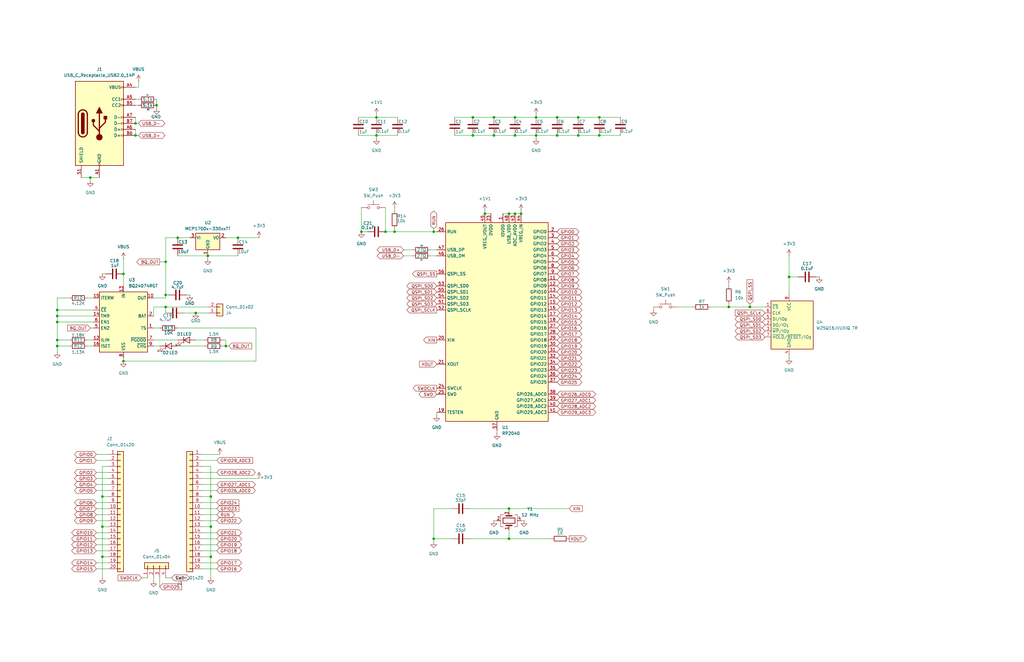
<source format=kicad_sch>
(kicad_sch (version 20250114) (generator "eeschema") (generator_version "9.0")
  (paper "B")
  (junction (at 57.15 52.07))
  (junction (at 66.04 44.45))
  (junction (at 243.84 57.15))
  (junction (at 24.13 133.35))
  (junction (at 87.63 107.95))
  (junction (at 217.17 90.17))
  (junction (at 226.06 57.15))
  (junction (at 69.85 129.54))
  (junction (at 234.95 49.53))
  (junction (at 182.88 97.79))
  (junction (at 252.73 57.15))
  (junction (at 82.55 132.08))
  (junction (at 243.84 49.53))
  (junction (at 24.13 130.81))
  (junction (at 182.88 227.33))
  (junction (at 214.63 90.17))
  (junction (at 217.17 57.15))
  (junction (at 100.33 100.33))
  (junction (at 88.9 222.25))
  (junction (at 252.73 49.53))
  (junction (at 214.63 214.63))
  (junction (at 52.07 115.57))
  (junction (at 24.13 146.05))
  (junction (at 208.28 57.15))
  (junction (at 316.23 129.54))
  (junction (at 226.06 49.53))
  (junction (at 199.39 57.15))
  (junction (at 74.93 100.33))
  (junction (at 52.07 152.4))
  (junction (at 214.63 227.33))
  (junction (at 219.71 90.17))
  (junction (at 43.18 234.95))
  (junction (at 166.37 97.79))
  (junction (at 88.9 209.55))
  (junction (at 43.18 209.55))
  (junction (at 43.18 222.25))
  (junction (at 158.75 57.15))
  (junction (at 24.13 143.51))
  (junction (at 332.74 116.84))
  (junction (at 95.25 146.05))
  (junction (at 217.17 49.53))
  (junction (at 57.15 57.15))
  (junction (at 204.47 90.17))
  (junction (at 234.95 57.15))
  (junction (at 24.13 135.89))
  (junction (at 152.4 97.79))
  (junction (at 162.56 97.79))
  (junction (at 38.1 74.93))
  (junction (at 199.39 49.53))
  (junction (at 69.85 110.49))
  (junction (at 307.34 129.54))
  (junction (at 69.85 124.46))
  (junction (at 88.9 234.95))
  (junction (at 208.28 49.53))
  (junction (at 158.75 49.53))
  (wire (pts (xy 36.83 146.05) (xy 39.37 146.05)))
  (wire (pts (xy 307.34 119.38) (xy 307.34 120.65)))
  (wire (pts (xy 226.06 49.53) (xy 234.95 49.53)))
  (wire (pts (xy 243.84 49.53) (xy 252.73 49.53)))
  (wire (pts (xy 43.18 209.55) (xy 45.72 209.55)))
  (wire (pts (xy 64.77 243.84) (xy 64.77 245.11)))
  (wire (pts (xy 24.13 125.73) (xy 24.13 130.81)))
  (wire (pts (xy 87.63 132.08) (xy 82.55 132.08)))
  (wire (pts (xy 82.55 143.51) (xy 86.36 143.51)))
  (wire (pts (xy 43.18 115.57) (xy 44.45 115.57)))
  (wire (pts (xy 158.75 57.15) (xy 167.64 57.15)))
  (wire (pts (xy 29.21 146.05) (xy 24.13 146.05)))
  (wire (pts (xy 74.93 100.33) (xy 80.01 100.33)))
  (wire (pts (xy 66.04 41.91) (xy 66.04 44.45)))
  (wire (pts (xy 199.39 49.53) (xy 208.28 49.53)))
  (wire (pts (xy 226.06 57.15) (xy 234.95 57.15)))
  (wire (pts (xy 43.18 222.25) (xy 43.18 209.55)))
  (wire (pts (xy 252.73 57.15) (xy 261.62 57.15)))
  (wire (pts (xy 52.07 152.4) (xy 107.95 152.4)))
  (wire (pts (xy 226.06 58.42) (xy 226.06 57.15)))
  (wire (pts (xy 208.28 219.71) (xy 209.55 219.71)))
  (wire (pts (xy 85.09 232.41) (xy 91.44 232.41)))
  (wire (pts (xy 275.59 130.81) (xy 275.59 129.54)))
  (wire (pts (xy 64.77 125.73) (xy 69.85 125.73)))
  (wire (pts (xy 59.69 243.84) (xy 62.23 243.84)))
  (wire (pts (xy 152.4 87.63) (xy 152.4 97.79)))
  (wire (pts (xy 181.61 107.95) (xy 184.15 107.95)))
  (wire (pts (xy 204.47 90.17) (xy 207.01 90.17)))
  (wire (pts (xy 234.95 57.15) (xy 243.84 57.15)))
  (wire (pts (xy 191.77 49.53) (xy 199.39 49.53)))
  (wire (pts (xy 219.71 88.9) (xy 219.71 90.17)))
  (wire (pts (xy 29.21 143.51) (xy 24.13 143.51)))
  (wire (pts (xy 95.25 143.51) (xy 95.25 146.05)))
  (wire (pts (xy 85.09 207.01) (xy 91.44 207.01)))
  (wire (pts (xy 85.09 217.17) (xy 91.44 217.17)))
  (wire (pts (xy 182.88 97.79) (xy 184.15 97.79)))
  (wire (pts (xy 85.09 212.09) (xy 91.44 212.09)))
  (wire (pts (xy 204.47 88.9) (xy 204.47 90.17)))
  (wire (pts (xy 24.13 133.35) (xy 24.13 135.89)))
  (wire (pts (xy 181.61 105.41) (xy 184.15 105.41)))
  (wire (pts (xy 69.85 129.54) (xy 87.63 129.54)))
  (wire (pts (xy 43.18 234.95) (xy 45.72 234.95)))
  (wire (pts (xy 69.85 125.73) (xy 69.85 124.46)))
  (wire (pts (xy 107.95 138.43) (xy 107.95 152.4)))
  (wire (pts (xy 77.47 132.08) (xy 82.55 132.08)))
  (wire (pts (xy 57.15 41.91) (xy 58.42 41.91)))
  (wire (pts (xy 80.01 124.46) (xy 78.74 124.46)))
  (wire (pts (xy 66.04 45.72) (xy 66.04 44.45)))
  (wire (pts (xy 212.09 90.17) (xy 214.63 90.17)))
  (wire (pts (xy 158.75 48.26) (xy 158.75 49.53)))
  (wire (pts (xy 40.64 194.31) (xy 45.72 194.31)))
  (wire (pts (xy 182.88 214.63) (xy 182.88 227.33)))
  (wire (pts (xy 95.25 146.05) (xy 96.52 146.05)))
  (wire (pts (xy 69.85 124.46) (xy 71.12 124.46)))
  (wire (pts (xy 88.9 196.85) (xy 88.9 209.55)))
  (wire (pts (xy 214.63 223.52) (xy 214.63 227.33)))
  (wire (pts (xy 217.17 57.15) (xy 226.06 57.15)))
  (wire (pts (xy 170.18 107.95) (xy 173.99 107.95)))
  (wire (pts (xy 43.18 222.25) (xy 45.72 222.25)))
  (wire (pts (xy 208.28 57.15) (xy 217.17 57.15)))
  (wire (pts (xy 40.64 227.33) (xy 45.72 227.33)))
  (wire (pts (xy 52.07 115.57) (xy 52.07 120.65)))
  (wire (pts (xy 162.56 97.79) (xy 162.56 87.63)))
  (wire (pts (xy 24.13 130.81) (xy 39.37 130.81)))
  (wire (pts (xy 285.75 129.54) (xy 292.1 129.54)))
  (wire (pts (xy 109.22 201.93) (xy 85.09 201.93)))
  (wire (pts (xy 67.31 110.49) (xy 69.85 110.49)))
  (wire (pts (xy 198.12 214.63) (xy 214.63 214.63)))
  (wire (pts (xy 332.74 107.95) (xy 332.74 116.84)))
  (wire (pts (xy 57.15 44.45) (xy 58.42 44.45)))
  (wire (pts (xy 191.77 57.15) (xy 199.39 57.15)))
  (wire (pts (xy 57.15 52.07) (xy 57.15 49.53)))
  (wire (pts (xy 307.34 129.54) (xy 316.23 129.54)))
  (wire (pts (xy 208.28 49.53) (xy 217.17 49.53)))
  (wire (pts (xy 95.25 100.33) (xy 100.33 100.33)))
  (wire (pts (xy 87.63 107.95) (xy 100.33 107.95)))
  (wire (pts (xy 52.07 151.13) (xy 52.07 152.4)))
  (wire (pts (xy 214.63 227.33) (xy 232.41 227.33)))
  (wire (pts (xy 69.85 100.33) (xy 69.85 110.49)))
  (wire (pts (xy 24.13 133.35) (xy 39.37 133.35)))
  (wire (pts (xy 88.9 209.55) (xy 88.9 222.25)))
  (wire (pts (xy 158.75 58.42) (xy 158.75 57.15)))
  (wire (pts (xy 64.77 146.05) (xy 67.31 146.05)))
  (wire (pts (xy 74.93 146.05) (xy 86.36 146.05)))
  (wire (pts (xy 85.09 196.85) (xy 88.9 196.85)))
  (wire (pts (xy 74.93 107.95) (xy 87.63 107.95)))
  (wire (pts (xy 85.09 227.33) (xy 91.44 227.33)))
  (wire (pts (xy 40.64 229.87) (xy 45.72 229.87)))
  (wire (pts (xy 64.77 129.54) (xy 69.85 129.54)))
  (wire (pts (xy 40.64 232.41) (xy 45.72 232.41)))
  (wire (pts (xy 38.1 74.93) (xy 41.91 74.93)))
  (wire (pts (xy 299.72 129.54) (xy 307.34 129.54)))
  (wire (pts (xy 85.09 204.47) (xy 91.44 204.47)))
  (wire (pts (xy 93.98 146.05) (xy 95.25 146.05)))
  (wire (pts (xy 214.63 214.63) (xy 240.03 214.63)))
  (wire (pts (xy 43.18 196.85) (xy 45.72 196.85)))
  (wire (pts (xy 24.13 130.81) (xy 24.13 133.35)))
  (wire (pts (xy 214.63 90.17) (xy 217.17 90.17)))
  (wire (pts (xy 158.75 49.53) (xy 167.64 49.53)))
  (wire (pts (xy 214.63 214.63) (xy 214.63 215.9)))
  (wire (pts (xy 29.21 125.73) (xy 24.13 125.73)))
  (wire (pts (xy 43.18 243.84) (xy 43.18 234.95)))
  (wire (pts (xy 40.64 217.17) (xy 45.72 217.17)))
  (wire (pts (xy 166.37 96.52) (xy 166.37 97.79)))
  (wire (pts (xy 85.09 214.63) (xy 91.44 214.63)))
  (wire (pts (xy 40.64 214.63) (xy 45.72 214.63)))
  (wire (pts (xy 40.64 212.09) (xy 45.72 212.09)))
  (wire (pts (xy 85.09 222.25) (xy 88.9 222.25)))
  (wire (pts (xy 34.29 74.93) (xy 38.1 74.93)))
  (wire (pts (xy 64.77 143.51) (xy 74.93 143.51)))
  (wire (pts (xy 151.13 57.15) (xy 158.75 57.15)))
  (wire (pts (xy 67.31 243.84) (xy 67.31 247.65)))
  (wire (pts (xy 307.34 128.27) (xy 307.34 129.54)))
  (wire (pts (xy 74.93 138.43) (xy 107.95 138.43)))
  (wire (pts (xy 69.85 129.54) (xy 69.85 132.08)))
  (wire (pts (xy 209.55 182.88) (xy 209.55 181.61)))
  (wire (pts (xy 85.09 237.49) (xy 91.44 237.49)))
  (wire (pts (xy 87.63 109.22) (xy 87.63 107.95)))
  (wire (pts (xy 88.9 234.95) (xy 88.9 243.84)))
  (wire (pts (xy 24.13 143.51) (xy 24.13 146.05)))
  (wire (pts (xy 40.64 191.77) (xy 45.72 191.77)))
  (wire (pts (xy 24.13 135.89) (xy 24.13 143.51)))
  (wire (pts (xy 57.15 52.07) (xy 58.42 52.07)))
  (wire (pts (xy 345.44 116.84) (xy 344.17 116.84)))
  (wire (pts (xy 182.88 227.33) (xy 190.5 227.33)))
  (wire (pts (xy 162.56 97.79) (xy 166.37 97.79)))
  (wire (pts (xy 85.09 199.39) (xy 91.44 199.39)))
  (wire (pts (xy 57.15 54.61) (xy 57.15 57.15)))
  (wire (pts (xy 52.07 109.22) (xy 52.07 115.57)))
  (wire (pts (xy 69.85 100.33) (xy 74.93 100.33)))
  (wire (pts (xy 332.74 116.84) (xy 336.55 116.84)))
  (wire (pts (xy 316.23 128.27) (xy 316.23 129.54)))
  (wire (pts (xy 184.15 175.26) (xy 184.15 173.99)))
  (wire (pts (xy 64.77 138.43) (xy 67.31 138.43)))
  (wire (pts (xy 92.71 191.77) (xy 85.09 191.77)))
  (wire (pts (xy 43.18 209.55) (xy 43.18 196.85)))
  (wire (pts (xy 316.23 129.54) (xy 322.58 129.54)))
  (wire (pts (xy 226.06 48.26) (xy 226.06 49.53)))
  (wire (pts (xy 85.09 219.71) (xy 91.44 219.71)))
  (wire (pts (xy 40.64 224.79) (xy 45.72 224.79)))
  (wire (pts (xy 170.18 105.41) (xy 173.99 105.41)))
  (wire (pts (xy 36.83 125.73) (xy 39.37 125.73)))
  (wire (pts (xy 190.5 214.63) (xy 182.88 214.63)))
  (wire (pts (xy 217.17 90.17) (xy 219.71 90.17)))
  (wire (pts (xy 182.88 96.52) (xy 182.88 97.79)))
  (wire (pts (xy 88.9 222.25) (xy 88.9 234.95)))
  (wire (pts (xy 43.18 234.95) (xy 43.18 222.25)))
  (wire (pts (xy 332.74 151.13) (xy 332.74 149.86)))
  (wire (pts (xy 93.98 143.51) (xy 95.25 143.51)))
  (wire (pts (xy 85.09 229.87) (xy 91.44 229.87)))
  (wire (pts (xy 69.85 243.84) (xy 72.39 243.84)))
  (wire (pts (xy 166.37 97.79) (xy 182.88 97.79)))
  (wire (pts (xy 40.64 219.71) (xy 45.72 219.71)))
  (wire (pts (xy 217.17 49.53) (xy 226.06 49.53)))
  (wire (pts (xy 152.4 97.79) (xy 154.94 97.79)))
  (wire (pts (xy 198.12 227.33) (xy 214.63 227.33)))
  (wire (pts (xy 39.37 135.89) (xy 24.13 135.89)))
  (wire (pts (xy 85.09 209.55) (xy 88.9 209.55)))
  (wire (pts (xy 234.95 49.53) (xy 243.84 49.53)))
  (wire (pts (xy 220.98 219.71) (xy 219.71 219.71)))
  (wire (pts (xy 40.64 207.01) (xy 45.72 207.01)))
  (wire (pts (xy 24.13 146.05) (xy 24.13 148.59)))
  (wire (pts (xy 36.83 143.51) (xy 39.37 143.51)))
  (wire (pts (xy 182.88 228.6) (xy 182.88 227.33)))
  (wire (pts (xy 40.64 201.93) (xy 45.72 201.93)))
  (wire (pts (xy 100.33 100.33) (xy 109.22 100.33)))
  (wire (pts (xy 58.42 34.29) (xy 58.42 36.83)))
  (wire (pts (xy 243.84 57.15) (xy 252.73 57.15)))
  (wire (pts (xy 85.09 240.03) (xy 91.44 240.03)))
  (wire (pts (xy 40.64 237.49) (xy 45.72 237.49)))
  (wire (pts (xy 199.39 57.15) (xy 208.28 57.15)))
  (wire (pts (xy 151.13 49.53) (xy 158.75 49.53)))
  (wire (pts (xy 38.1 138.43) (xy 39.37 138.43)))
  (wire (pts (xy 58.42 36.83) (xy 57.15 36.83)))
  (wire (pts (xy 40.64 240.03) (xy 45.72 240.03)))
  (wire (pts (xy 38.1 76.2) (xy 38.1 74.93)))
  (wire (pts (xy 40.64 204.47) (xy 45.72 204.47)))
  (wire (pts (xy 252.73 49.53) (xy 261.62 49.53)))
  (wire (pts (xy 85.09 194.31) (xy 91.44 194.31)))
  (wire (pts (xy 40.64 199.39) (xy 45.72 199.39)))
  (wire (pts (xy 85.09 234.95) (xy 88.9 234.95)))
  (wire (pts (xy 85.09 224.79) (xy 91.44 224.79)))
  (wire (pts (xy 332.74 116.84) (xy 332.74 124.46)))
  (wire (pts (xy 57.15 57.15) (xy 58.42 57.15)))
  (wire (pts (xy 166.37 87.63) (xy 166.37 88.9)))
  (wire (pts (xy 64.77 133.35) (xy 64.77 129.54)))
  (wire (pts (xy 69.85 110.49) (xy 69.85 124.46)))
  (global_label "GPIO26_ADC0" (shape bidirectional) (at 91.44 207.01 0) (property "Intersheetrefs" "${INTERSHEET_REFS}" (effects (hide yes))))
  (global_label "GPIO2" (shape bidirectional) (at 234.95 102.87 0) (property "Intersheetrefs" "${INTERSHEET_REFS}" (effects (hide yes))))
  (global_label "QSPI_SD3" (shape bidirectional) (at 322.58 142.24 180) (property "Intersheetrefs" "${INTERSHEET_REFS}" (effects (hide yes))))
  (global_label "XIN" (shape output) (at 184.15 143.51 180) (property "Intersheetrefs" "${INTERSHEET_REFS}" (effects (hide yes))))
  (global_label "GPIO21" (shape bidirectional) (at 91.44 224.79 0) (property "Intersheetrefs" "${INTERSHEET_REFS}" (effects (hide yes))))
  (global_label "GPIO29_ADC3" (shape input) (at 91.44 194.31 0) (property "Intersheetrefs" "${INTERSHEET_REFS}" (effects (hide yes))))
  (global_label "GPIO25" (shape input) (at 67.31 247.65 0) (property "Intersheetrefs" "${INTERSHEET_REFS}" (effects (hide yes))))
  (global_label "GPIO23" (shape input) (at 91.44 214.63 0) (property "Intersheetrefs" "${INTERSHEET_REFS}" (effects (hide yes))))
  (global_label "GPIO18" (shape bidirectional) (at 91.44 232.41 0) (property "Intersheetrefs" "${INTERSHEET_REFS}" (effects (hide yes))))
  (global_label "QSPI_SD3" (shape bidirectional) (at 184.15 128.27 180) (property "Intersheetrefs" "${INTERSHEET_REFS}" (effects (hide yes))))
  (global_label "GPIO6" (shape bidirectional) (at 40.64 212.09 180) (property "Intersheetrefs" "${INTERSHEET_REFS}" (effects (hide yes))))
  (global_label "SWDCLK" (shape output) (at 184.15 163.83 180) (property "Intersheetrefs" "${INTERSHEET_REFS}" (effects (hide yes))))
  (global_label "GPIO3" (shape bidirectional) (at 40.64 201.93 180) (property "Intersheetrefs" "${INTERSHEET_REFS}" (effects (hide yes))))
  (global_label "GPIO1" (shape bidirectional) (at 234.95 100.33 0) (property "Intersheetrefs" "${INTERSHEET_REFS}" (effects (hide yes))))
  (global_label "GPIO7" (shape bidirectional) (at 40.64 214.63 180) (property "Intersheetrefs" "${INTERSHEET_REFS}" (effects (hide yes))))
  (global_label "GPIO8" (shape bidirectional) (at 40.64 217.17 180) (property "Intersheetrefs" "${INTERSHEET_REFS}" (effects (hide yes))))
  (global_label "GPIO4" (shape bidirectional) (at 234.95 107.95 0) (property "Intersheetrefs" "${INTERSHEET_REFS}" (effects (hide yes))))
  (global_label "USB_D-" (shape bidirectional) (at 58.42 52.07 0) (property "Intersheetrefs" "${INTERSHEET_REFS}" (effects (hide yes))))
  (global_label "SWDCLK" (shape input) (at 59.69 243.84 180) (property "Intersheetrefs" "${INTERSHEET_REFS}" (effects (hide yes))))
  (global_label "USB_D+" (shape bidirectional) (at 58.42 57.15 0) (property "Intersheetrefs" "${INTERSHEET_REFS}" (effects (hide yes))))
  (global_label "GPIO15" (shape bidirectional) (at 234.95 135.89 0) (property "Intersheetrefs" "${INTERSHEET_REFS}" (effects (hide yes))))
  (global_label "GPIO14" (shape bidirectional) (at 234.95 133.35 0) (property "Intersheetrefs" "${INTERSHEET_REFS}" (effects (hide yes))))
  (global_label "QSPI_SD0" (shape bidirectional) (at 322.58 134.62 180) (property "Intersheetrefs" "${INTERSHEET_REFS}" (effects (hide yes))))
  (global_label "QSPI_SD2" (shape bidirectional) (at 322.58 139.7 180) (property "Intersheetrefs" "${INTERSHEET_REFS}" (effects (hide yes))))
  (global_label "GPIO1" (shape bidirectional) (at 40.64 194.31 180) (property "Intersheetrefs" "${INTERSHEET_REFS}" (effects (hide yes))))
  (global_label "GPIO9" (shape bidirectional) (at 234.95 120.65 0) (property "Intersheetrefs" "${INTERSHEET_REFS}" (effects (hide yes))))
  (global_label "QSPI_SCLK" (shape input) (at 322.58 132.08 180) (property "Intersheetrefs" "${INTERSHEET_REFS}" (effects (hide yes))))
  (global_label "QSPI_SS" (shape input) (at 316.23 128.27 90) (property "Intersheetrefs" "${INTERSHEET_REFS}" (effects (hide yes))))
  (global_label "XOUT" (shape output) (at 240.03 227.33 0) (property "Intersheetrefs" "${INTERSHEET_REFS}" (effects (hide yes))))
  (global_label "GPIO0" (shape bidirectional) (at 234.95 97.79 0) (property "Intersheetrefs" "${INTERSHEET_REFS}" (effects (hide yes))))
  (global_label "GPIO10" (shape bidirectional) (at 40.64 224.79 180) (property "Intersheetrefs" "${INTERSHEET_REFS}" (effects (hide yes))))
  (global_label "RUN" (shape bidirectional) (at 182.88 96.52 90) (property "Intersheetrefs" "${INTERSHEET_REFS}" (effects (hide yes))))
  (global_label "GPIO11" (shape bidirectional) (at 40.64 227.33 180) (property "Intersheetrefs" "${INTERSHEET_REFS}" (effects (hide yes))))
  (global_label "GPIO24" (shape input) (at 91.44 212.09 0) (property "Intersheetrefs" "${INTERSHEET_REFS}" (effects (hide yes))))
  (global_label "GPIO13" (shape bidirectional) (at 234.95 130.81 0) (property "Intersheetrefs" "${INTERSHEET_REFS}" (effects (hide yes))))
  (global_label "QSPI_SCLK" (shape output) (at 184.15 130.81 180) (property "Intersheetrefs" "${INTERSHEET_REFS}" (effects (hide yes))))
  (global_label "GPIO28_ADC2" (shape bidirectional) (at 234.95 171.45 0) (property "Intersheetrefs" "${INTERSHEET_REFS}" (effects (hide yes))))
  (global_label "GPIO28_ADC2" (shape bidirectional) (at 91.44 199.39 0) (property "Intersheetrefs" "${INTERSHEET_REFS}" (effects (hide yes))))
  (global_label "GPIO5" (shape bidirectional) (at 234.95 110.49 0) (property "Intersheetrefs" "${INTERSHEET_REFS}" (effects (hide yes))))
  (global_label "QSPI_SD0" (shape bidirectional) (at 184.15 120.65 180) (property "Intersheetrefs" "${INTERSHEET_REFS}" (effects (hide yes))))
  (global_label "GPIO16" (shape bidirectional) (at 91.44 240.03 0) (property "Intersheetrefs" "${INTERSHEET_REFS}" (effects (hide yes))))
  (global_label "GPIO27_ADC1" (shape bidirectional) (at 91.44 204.47 0) (property "Intersheetrefs" "${INTERSHEET_REFS}" (effects (hide yes))))
  (global_label "GPIO26_ADC0" (shape bidirectional) (at 234.95 166.37 0) (property "Intersheetrefs" "${INTERSHEET_REFS}" (effects (hide yes))))
  (global_label "GPIO17" (shape bidirectional) (at 234.95 140.97 0) (property "Intersheetrefs" "${INTERSHEET_REFS}" (effects (hide yes))))
  (global_label "GPIO15" (shape bidirectional) (at 40.64 240.03 180) (property "Intersheetrefs" "${INTERSHEET_REFS}" (effects (hide yes))))
  (global_label "GPIO0" (shape bidirectional) (at 40.64 191.77 180) (property "Intersheetrefs" "${INTERSHEET_REFS}" (effects (hide yes))))
  (global_label "GPIO14" (shape bidirectional) (at 40.64 237.49 180) (property "Intersheetrefs" "${INTERSHEET_REFS}" (effects (hide yes))))
  (global_label "BQ_OUT" (shape input) (at 96.52 146.05 0) (property "Intersheetrefs" "${INTERSHEET_REFS}" (effects (hide yes))))
  (global_label "GPIO23" (shape bidirectional) (at 234.95 156.21 0) (property "Intersheetrefs" "${INTERSHEET_REFS}" (effects (hide yes))))
  (global_label "GPIO13" (shape bidirectional) (at 40.64 232.41 180) (property "Intersheetrefs" "${INTERSHEET_REFS}" (effects (hide yes))))
  (global_label "GPIO21" (shape bidirectional) (at 234.95 151.13 0) (property "Intersheetrefs" "${INTERSHEET_REFS}" (effects (hide yes))))
  (global_label "GPIO19" (shape bidirectional) (at 91.44 229.87 0) (property "Intersheetrefs" "${INTERSHEET_REFS}" (effects (hide yes))))
  (global_label "GPIO11" (shape bidirectional) (at 234.95 125.73 0) (property "Intersheetrefs" "${INTERSHEET_REFS}" (effects (hide yes))))
  (global_label "GPIO25" (shape bidirectional) (at 234.95 161.29 0) (property "Intersheetrefs" "${INTERSHEET_REFS}" (effects (hide yes))))
  (global_label "USB_D-" (shape bidirectional) (at 170.18 107.95 180) (property "Intersheetrefs" "${INTERSHEET_REFS}" (effects (hide yes))))
  (global_label "GPIO27_ADC1" (shape bidirectional) (at 234.95 168.91 0) (property "Intersheetrefs" "${INTERSHEET_REFS}" (effects (hide yes))))
  (global_label "BQ_OUT" (shape output) (at 67.31 110.49 180) (property "Intersheetrefs" "${INTERSHEET_REFS}" (effects (hide yes))))
  (global_label "GPIO5" (shape bidirectional) (at 40.64 207.01 180) (property "Intersheetrefs" "${INTERSHEET_REFS}" (effects (hide yes))))
  (global_label "XOUT" (shape input) (at 184.15 153.67 180) (property "Intersheetrefs" "${INTERSHEET_REFS}" (effects (hide yes))))
  (global_label "GPIO24" (shape bidirectional) (at 234.95 158.75 0) (property "Intersheetrefs" "${INTERSHEET_REFS}" (effects (hide yes))))
  (global_label "GPIO20" (shape bidirectional) (at 234.95 148.59 0) (property "Intersheetrefs" "${INTERSHEET_REFS}" (effects (hide yes))))
  (global_label "SWD" (shape bidirectional) (at 72.39 243.84 0) (property "Intersheetrefs" "${INTERSHEET_REFS}" (effects (hide yes))))
  (global_label "GPIO12" (shape bidirectional) (at 234.95 128.27 0) (property "Intersheetrefs" "${INTERSHEET_REFS}" (effects (hide yes))))
  (global_label "GPIO18" (shape bidirectional) (at 234.95 143.51 0) (property "Intersheetrefs" "${INTERSHEET_REFS}" (effects (hide yes))))
  (global_label "SWD" (shape bidirectional) (at 184.15 166.37 180) (property "Intersheetrefs" "${INTERSHEET_REFS}" (effects (hide yes))))
  (global_label "GPIO17" (shape bidirectional) (at 91.44 237.49 0) (property "Intersheetrefs" "${INTERSHEET_REFS}" (effects (hide yes))))
  (global_label "GPIO3" (shape bidirectional) (at 234.95 105.41 0) (property "Intersheetrefs" "${INTERSHEET_REFS}" (effects (hide yes))))
  (global_label "GPIO20" (shape bidirectional) (at 91.44 227.33 0) (property "Intersheetrefs" "${INTERSHEET_REFS}" (effects (hide yes))))
  (global_label "GPIO7" (shape bidirectional) (at 234.95 115.57 0) (property "Intersheetrefs" "${INTERSHEET_REFS}" (effects (hide yes))))
  (global_label "GPIO22" (shape bidirectional) (at 91.44 219.71 0) (property "Intersheetrefs" "${INTERSHEET_REFS}" (effects (hide yes))))
  (global_label "GPIO16" (shape bidirectional) (at 234.95 138.43 0) (property "Intersheetrefs" "${INTERSHEET_REFS}" (effects (hide yes))))
  (global_label "GPIO4" (shape bidirectional) (at 40.64 204.47 180) (property "Intersheetrefs" "${INTERSHEET_REFS}" (effects (hide yes))))
  (global_label "GPIO22" (shape bidirectional) (at 234.95 153.67 0) (property "Intersheetrefs" "${INTERSHEET_REFS}" (effects (hide yes))))
  (global_label "RUN" (shape bidirectional) (at 91.44 217.17 0) (property "Intersheetrefs" "${INTERSHEET_REFS}" (effects (hide yes))))
  (global_label "QSPI_SD2" (shape bidirectional) (at 184.15 125.73 180) (property "Intersheetrefs" "${INTERSHEET_REFS}" (effects (hide yes))))
  (global_label "GPIO8" (shape bidirectional) (at 234.95 118.11 0) (property "Intersheetrefs" "${INTERSHEET_REFS}" (effects (hide yes))))
  (global_label "GPIO2" (shape bidirectional) (at 40.64 199.39 180) (property "Intersheetrefs" "${INTERSHEET_REFS}" (effects (hide yes))))
  (global_label "GPIO29_ADC3" (shape bidirectional) (at 234.95 173.99 0) (property "Intersheetrefs" "${INTERSHEET_REFS}" (effects (hide yes))))
  (global_label "GPIO19" (shape bidirectional) (at 234.95 146.05 0) (property "Intersheetrefs" "${INTERSHEET_REFS}" (effects (hide yes))))
  (global_label "GPIO10" (shape bidirectional) (at 234.95 123.19 0) (property "Intersheetrefs" "${INTERSHEET_REFS}" (effects (hide yes))))
  (global_label "GPIO12" (shape bidirectional) (at 40.64 229.87 180) (property "Intersheetrefs" "${INTERSHEET_REFS}" (effects (hide yes))))
  (global_label "QSPI_SD1" (shape bidirectional) (at 184.15 123.19 180) (property "Intersheetrefs" "${INTERSHEET_REFS}" (effects (hide yes))))
  (global_label "BQ_OUT" (shape input) (at 38.1 138.43 180) (property "Intersheetrefs" "${INTERSHEET_REFS}" (effects (hide yes))))
  (global_label "QSPI_SD1" (shape bidirectional) (at 322.58 137.16 180) (property "Intersheetrefs" "${INTERSHEET_REFS}" (effects (hide yes))))
  (global_label "XIN" (shape input) (at 240.03 214.63 0) (property "Intersheetrefs" "${INTERSHEET_REFS}" (effects (hide yes))))
  (global_label "QSPI_SS" (shape output) (at 184.15 115.57 180) (property "Intersheetrefs" "${INTERSHEET_REFS}" (effects (hide yes))))
  (global_label "USB_D+" (shape bidirectional) (at 170.18 105.41 180) (property "Intersheetrefs" "${INTERSHEET_REFS}" (effects (hide yes))))
  (global_label "GPIO6" (shape bidirectional) (at 234.95 113.03 0) (property "Intersheetrefs" "${INTERSHEET_REFS}" (effects (hide yes))))
  (global_label "GPIO9" (shape bidirectional) (at 40.64 219.71 180) (property "Intersheetrefs" "${INTERSHEET_REFS}" (effects (hide yes))))
  (symbol (lib_id "Device:C") (at 74.93 124.46 90) (unit 1)
    (property "Reference" "C20" (at 74.93 119.38 90))
    (property "Value" "4.7uF" (at 74.93 121.158 90))
    (property "Footprint" "Capacitor_SMD:C_0402_1005Metric" (effects (hide yes)))
    (property "Description" "Unpolarized capacitor" (effects (hide yes)))
  )
  (symbol (lib_id "Device:C") (at 252.73 53.34 0) (unit 1)
    (property "Reference" "C8" (at 252.984 51.308 0) (effects (justify left)))
    (property "Value" "0.1uF" (at 252.73 55.372 0) (effects (justify left)))
    (property "Footprint" "Capacitor_SMD:C_0402_1005Metric" (effects (hide yes)))
    (property "Description" "Unpolarized capacitor" (effects (hide yes)))
  )
  (symbol (lib_id "power:GND") (at 209.55 182.88 0) (unit 1)
    (property "Reference" "#PWR020" (effects (hide yes)))
    (property "Value" "GND" (at 209.55 187.96 0))
    (property "Description" "Power symbol creates a global label with name \"GND\" , ground" (effects (hide yes)))
  )
  (symbol (lib_id "Device:R") (at 307.34 124.46 0) (unit 1)
    (property "Reference" "R6" (at 309.88 123.1899 0) (effects (justify left)))
    (property "Value" "10k" (at 309.88 125.7299 0) (effects (justify left)))
    (property "Footprint" "Resistor_SMD:R_0402_1005Metric" (effects (hide yes)))
    (property "Description" "Resistor" (effects (hide yes)))
  )
  (symbol (lib_id "Connector:USB_C_Receptacle_USB2.0_14P") (at 41.91 52.07 0) (unit 1)
    (property "Reference" "J1" (at 41.91 29.21 0))
    (property "Value" "USB_C_Receptacle_USB2.0_14P" (at 41.91 31.75 0))
    (property "Footprint" "Connector_USB:USB_C_Receptacle_HRO_TYPE-C-31-M-12" (effects (hide yes)))
    (property "Datasheet" "https://www.usb.org/sites/default/files/documents/usb_type-c.zip" (effects (hide yes)))
    (property "Description" "USB 2.0-only 14P Type-C Receptacle connector" (effects (hide yes)))
  )
  (symbol (lib_id "power:GND") (at 208.28 219.71 0) (unit 1)
    (property "Reference" "#PWR013" (effects (hide yes)))
    (property "Value" "GND" (at 208.28 224.79 0))
    (property "Description" "Power symbol creates a global label with name \"GND\" , ground" (effects (hide yes)))
  )
  (symbol (lib_id "Device:C") (at 208.28 53.34 0) (unit 1)
    (property "Reference" "C3" (at 208.534 51.308 0) (effects (justify left)))
    (property "Value" "0.1uF" (at 208.28 55.372 0) (effects (justify left)))
    (property "Footprint" "Capacitor_SMD:C_0402_1005Metric" (effects (hide yes)))
    (property "Description" "Unpolarized capacitor" (effects (hide yes)))
  )
  (symbol (lib_id "Device:C") (at 261.62 53.34 0) (unit 1)
    (property "Reference" "C9" (at 261.874 51.308 0) (effects (justify left)))
    (property "Value" "0.1uF" (at 261.62 55.372 0) (effects (justify left)))
    (property "Footprint" "Capacitor_SMD:C_0402_1005Metric" (effects (hide yes)))
    (property "Description" "Unpolarized capacitor" (effects (hide yes)))
  )
  (symbol (lib_id "Device:C") (at 100.33 104.14 0) (unit 1)
    (property "Reference" "C14" (at 100.584 102.108 0) (effects (justify left)))
    (property "Value" "10uF" (at 100.33 106.172 0) (effects (justify left)))
    (property "Footprint" "Capacitor_SMD:C_0402_1005Metric" (effects (hide yes)))
    (property "Description" "Unpolarized capacitor" (effects (hide yes)))
  )
  (symbol (lib_id "power:GND") (at 52.07 152.4 0) (unit 1)
    (property "Reference" "#PWR029" (effects (hide yes)))
    (property "Value" "GND" (at 52.07 157.48 0))
    (property "Description" "Power symbol creates a global label with name \"GND\" , ground" (effects (hide yes)))
  )
  (symbol (lib_id "power:GND") (at 38.1 76.2 0) (unit 1)
    (property "Reference" "#PWR07" (effects (hide yes)))
    (property "Value" "GND" (at 38.1 81.28 0))
    (property "Description" "Power symbol creates a global label with name \"GND\" , ground" (effects (hide yes)))
  )
  (symbol (lib_id "power:VBUS") (at 58.42 34.29 0) (unit 1)
    (property "Reference" "#PWR011" (effects (hide yes)))
    (property "Value" "VBUS" (at 58.42 29.21 0))
    (property "Description" "Power symbol creates a global label with name \"VBUS\"" (effects (hide yes)))
  )
  (symbol (lib_id "Regulator_Linear:MCP1700x-330xxTT") (at 87.63 100.33 0) (unit 1)
    (property "Reference" "U2" (at 87.63 93.98 0))
    (property "Value" "MCP1700x-330xxTT" (at 87.63 96.52 0))
    (property "Footprint" "Package_TO_SOT_SMD:SOT-23" (effects (hide yes)))
    (property "Datasheet" "http://ww1.microchip.com/downloads/en/DeviceDoc/20001826D.pdf" (effects (hide yes)))
    (property "Description" "250mA Low Quiscent Current LDO, 3.3V output, SOT-23" (effects (hide yes)))
  )
  (symbol (lib_id "Device:C") (at 74.93 104.14 0) (unit 1)
    (property "Reference" "C13" (at 75.184 102.108 0) (effects (justify left)))
    (property "Value" "10uF" (at 74.93 106.172 0) (effects (justify left)))
    (property "Footprint" "Capacitor_SMD:C_0402_1005Metric" (effects (hide yes)))
    (property "Description" "Unpolarized capacitor" (effects (hide yes)))
  )
  (symbol (lib_id "power:GND") (at 158.75 58.42 0) (unit 1)
    (property "Reference" "#PWR05" (effects (hide yes)))
    (property "Value" "GND" (at 158.75 63.5 0))
    (property "Description" "Power symbol creates a global label with name \"GND\" , ground" (effects (hide yes)))
  )
  (symbol (lib_id "Device:R") (at 177.8 107.95 90) (unit 1)
    (property "Reference" "R4" (at 177.8 109.728 90) (effects (font (size 0.5 0.5))))
    (property "Value" "27Ω" (at 177.8 107.95 90))
    (property "Footprint" "Resistor_SMD:R_0402_1005Metric" (effects (hide yes)))
    (property "Description" "Resistor" (effects (hide yes)))
  )
  (symbol (lib_id "Device:R") (at 90.17 146.05 90) (unit 1)
    (property "Reference" "R9" (at 90.17 146.304 90))
    (property "Value" "1.5K" (at 90.17 148.336 90))
    (property "Footprint" "Resistor_SMD:R_0402_1005Metric" (effects (hide yes)))
    (property "Description" "Resistor" (effects (hide yes)))
  )
  (symbol (lib_id "Device:C") (at 167.64 53.34 0) (unit 1)
    (property "Reference" "C12" (at 167.894 51.308 0) (effects (justify left)))
    (property "Value" "0.1uF" (at 167.64 55.372 0) (effects (justify left)))
    (property "Footprint" "Capacitor_SMD:C_0402_1005Metric" (effects (hide yes)))
    (property "Description" "Unpolarized capacitor" (effects (hide yes)))
  )
  (symbol (lib_id "Device:R") (at 62.23 41.91 90) (unit 1)
    (property "Reference" "R1" (at 62.23 40.132 90) (effects (font (size 0.5 0.5))))
    (property "Value" "5.1k" (at 62.23 41.91 90))
    (property "Footprint" "Resistor_SMD:R_0402_1005Metric" (effects (hide yes)))
    (property "Description" "Resistor" (effects (hide yes)))
  )
  (symbol (lib_id "power:+3V3") (at 219.71 88.9 0) (unit 1)
    (property "Reference" "#PWR02" (effects (hide yes)))
    (property "Value" "+3V3" (at 219.71 83.82 0))
    (property "Description" "Power symbol creates a global label with name \"+3V3\"" (effects (hide yes)))
  )
  (symbol (lib_id "power:GND") (at 152.4 97.79 0) (unit 1)
    (property "Reference" "#PWR027" (effects (hide yes)))
    (property "Value" "GND" (at 152.4 102.87 0))
    (property "Description" "Power symbol creates a global label with name \"GND\" , ground" (effects (hide yes)))
  )
  (symbol (lib_id "Device:C") (at 194.31 227.33 90) (unit 1)
    (property "Reference" "C16" (at 194.31 221.742 90))
    (property "Value" "33pF" (at 194.31 223.774 90))
    (property "Footprint" "Capacitor_SMD:C_0402_1005Metric" (effects (hide yes)))
    (property "Description" "Unpolarized capacitor" (effects (hide yes)))
  )
  (symbol (lib_id "power:GND") (at 64.77 245.11 0) (unit 1)
    (property "Reference" "#PWR025" (effects (hide yes)))
    (property "Value" "GND" (at 64.77 250.19 0))
    (property "Description" "Power symbol creates a global label with name \"GND\" , ground" (effects (hide yes)))
  )
  (symbol (lib_id "power:GND") (at 88.9 243.84 0) (unit 1)
    (property "Reference" "#PWR024" (effects (hide yes)))
    (property "Value" "GND" (at 88.9 248.92 0))
    (property "Description" "Power symbol creates a global label with name \"GND\" , ground" (effects (hide yes)))
  )
  (symbol (lib_id "power:GND") (at 184.15 175.26 0) (unit 1)
    (property "Reference" "#PWR019" (effects (hide yes)))
    (property "Value" "GND" (at 184.15 180.34 0))
    (property "Description" "Power symbol creates a global label with name \"GND\" , ground" (effects (hide yes)))
  )
  (symbol (lib_id "Connector_Generic:Conn_01x04") (at 64.77 238.76 90) (unit 1)
    (property "Reference" "J5" (at 66.04 232.41 90))
    (property "Value" "Conn_01x04" (at 66.04 234.95 90))
    (property "Footprint" "Connector_PinHeader_2.54mm:PinHeader_1x04_P2.54mm_Vertical" (effects (hide yes)))
    (property "Description" "Generic connector, single row, 01x04, script generated (kicad-library-utils/schlib/autogen/connector/)" (effects (hide yes)))
  )
  (symbol (lib_id "Device:R") (at 62.23 44.45 90) (unit 1)
    (property "Reference" "R2" (at 62.484 46.228 90) (effects (font (size 0.5 0.5))))
    (property "Value" "5.1k" (at 62.23 44.45 90))
    (property "Footprint" "Resistor_SMD:R_0402_1005Metric" (effects (hide yes)))
    (property "Description" "Resistor" (effects (hide yes)))
  )
  (symbol (lib_id "power:GND") (at 332.74 151.13 0) (unit 1)
    (property "Reference" "#PWR016" (effects (hide yes)))
    (property "Value" "GND" (at 332.74 156.21 0))
    (property "Description" "Power symbol creates a global label with name \"GND\" , ground" (effects (hide yes)))
  )
  (symbol (lib_id "power:GND") (at 275.59 130.81 0) (unit 1)
    (property "Reference" "#PWR018" (effects (hide yes)))
    (property "Value" "GND" (at 275.59 135.89 0))
    (property "Description" "Power symbol creates a global label with name \"GND\" , ground" (effects (hide yes)))
  )
  (symbol (lib_id "power:GND") (at 24.13 148.59 0) (unit 1)
    (property "Reference" "#PWR030" (effects (hide yes)))
    (property "Value" "GND" (at 24.13 153.67 0))
    (property "Description" "Power symbol creates a global label with name \"GND\" , ground" (effects (hide yes)))
  )
  (symbol (lib_id "Device:C") (at 226.06 53.34 0) (unit 1)
    (property "Reference" "C5" (at 226.314 51.308 0) (effects (justify left)))
    (property "Value" "0.1uF" (at 226.06 55.372 0) (effects (justify left)))
    (property "Footprint" "Capacitor_SMD:C_0402_1005Metric" (effects (hide yes)))
    (property "Description" "Unpolarized capacitor" (effects (hide yes)))
  )
  (symbol (lib_id "Device:R") (at 295.91 129.54 90) (unit 1)
    (property "Reference" "R7" (at 295.91 127.254 90))
    (property "Value" "1k" (at 295.91 129.54 90))
    (property "Footprint" "Resistor_SMD:R_0402_1005Metric" (effects (hide yes)))
    (property "Description" "Resistor" (effects (hide yes)))
  )
  (symbol (lib_id "Device:R") (at 33.02 146.05 90) (unit 1)
    (property "Reference" "R12" (at 33.02 146.05 90))
    (property "Value" "1.13K" (at 33.02 148.59 90))
    (property "Footprint" "Resistor_SMD:R_0402_1005Metric" (effects (hide yes)))
    (property "Description" "Resistor" (effects (hide yes)))
  )
  (symbol (lib_id "power:+3V3") (at 109.22 201.93 0) (unit 1)
    (property "Reference" "#PWR023" (effects (hide yes)))
    (property "Value" "+3V3" (at 112.268 201.422 0))
    (property "Description" "Power symbol creates a global label with name \"+3V3\"" (effects (hide yes)))
  )
  (symbol (lib_id "Device:R") (at 33.02 125.73 90) (unit 1)
    (property "Reference" "R10" (at 33.02 125.73 90))
    (property "Value" "4.12K" (at 33.02 128.016 90))
    (property "Footprint" "Resistor_SMD:R_0402_1005Metric" (effects (hide yes)))
    (property "Description" "Resistor" (effects (hide yes)))
  )
  (symbol (lib_id "Device:C") (at 217.17 53.34 0) (unit 1)
    (property "Reference" "C4" (at 217.424 51.308 0) (effects (justify left)))
    (property "Value" "0.1uF" (at 217.17 55.372 0) (effects (justify left)))
    (property "Footprint" "Capacitor_SMD:C_0402_1005Metric" (effects (hide yes)))
    (property "Description" "Unpolarized capacitor" (effects (hide yes)))
  )
  (symbol (lib_id "power:VBUS") (at 52.07 109.22 0) (unit 1)
    (property "Reference" "#PWR028" (effects (hide yes)))
    (property "Value" "VBUS" (at 52.07 104.14 0))
    (property "Description" "Power symbol creates a global label with name \"VBUS\"" (effects (hide yes)))
  )
  (symbol (lib_id "Connector_Generic:Conn_01x20") (at 80.01 214.63 0) (mirror y) (unit 1)
    (property "Reference" "J3" (at 76.962 246.126 0) (effects (justify left)))
    (property "Value" "Conn_01x20" (at 85.852 243.84 0) (effects (justify left)))
    (property "Footprint" "Connector_PinHeader_2.54mm:PinHeader_1x20_P2.54mm_Vertical" (effects (hide yes)))
    (property "Description" "Generic connector, single row, 01x20, script generated (kicad-library-utils/schlib/autogen/connector/)" (effects (hide yes)))
  )
  (symbol (lib_id "power:+3V3") (at 307.34 119.38 0) (unit 1)
    (property "Reference" "#PWR017" (effects (hide yes)))
    (property "Value" "+3V3" (at 307.34 114.3 0))
    (property "Description" "Power symbol creates a global label with name \"+3V3\"" (effects (hide yes)))
  )
  (symbol (lib_id "power:+3V3") (at 166.37 87.63 0) (unit 1)
    (property "Reference" "#PWR034" (effects (hide yes)))
    (property "Value" "+3V3" (at 166.37 82.55 0))
    (property "Description" "Power symbol creates a global label with name \"+3V3\"" (effects (hide yes)))
  )
  (symbol (lib_id "power:VBUS") (at 92.71 191.77 0) (unit 1)
    (property "Reference" "#PWR021" (effects (hide yes)))
    (property "Value" "VBUS" (at 92.71 186.69 0))
    (property "Description" "Power symbol creates a global label with name \"VBUS\"" (effects (hide yes)))
  )
  (symbol (lib_id "Device:R") (at 177.8 105.41 90) (unit 1)
    (property "Reference" "R3" (at 177.8 103.632 90) (effects (font (size 0.5 0.5))))
    (property "Value" "27Ω" (at 177.8 105.41 90))
    (property "Footprint" "Resistor_SMD:R_0402_1005Metric" (effects (hide yes)))
    (property "Description" "Resistor" (effects (hide yes)))
  )
  (symbol (lib_id "Connector_Generic:Conn_01x02") (at 92.71 132.08 0) (mirror x) (unit 1)
    (property "Reference" "J4" (at 95.25 132.0801 0) (effects (justify left)))
    (property "Value" "Conn_01x02" (at 95.25 129.5401 0) (effects (justify left)))
    (property "Footprint" "Connector_PinHeader_2.54mm:PinHeader_1x02_P2.54mm_Vertical" (effects (hide yes)))
    (property "Description" "Generic connector, single row, 01x02, script generated (kicad-library-utils/schlib/autogen/connector/)" (effects (hide yes)))
  )
  (symbol (lib_id "Device:C") (at 158.75 97.79 270) (unit 1)
    (property "Reference" "C21" (at 153.162 94.234 90) (effects (justify left)))
    (property "Value" "0.1uF" (at 152.4 96.012 90) (effects (justify left)))
    (property "Footprint" "Capacitor_SMD:C_0402_1005Metric" (effects (hide yes)))
    (property "Description" "Unpolarized capacitor" (effects (hide yes)))
  )
  (symbol (lib_id "MCU_RaspberryPi:RP2040") (at 209.55 135.89 0) (unit 1)
    (property "Reference" "U1" (at 211.6933 180.34 0) (effects (justify left)))
    (property "Value" "RP2040" (at 211.6933 182.88 0) (effects (justify left)))
    (property "Footprint" "Package_DFN_QFN:QFN-56-1EP_7x7mm_P0.4mm_EP3.2x3.2mm" (effects (hide yes)))
    (property "Datasheet" "https://datasheets.raspberrypi.com/rp2040/rp2040-datasheet.pdf" (effects (hide yes)))
    (property "Description" "A microcontroller by Raspberry Pi" (effects (hide yes)))
  )
  (symbol (lib_id "power:GND") (at 43.18 243.84 0) (unit 1)
    (property "Reference" "#PWR022" (effects (hide yes)))
    (property "Value" "GND" (at 43.18 248.92 0))
    (property "Description" "Power symbol creates a global label with name \"GND\" , ground" (effects (hide yes)))
  )
  (symbol (lib_id "Device:C") (at 234.95 53.34 0) (unit 1)
    (property "Reference" "C6" (at 235.204 51.308 0) (effects (justify left)))
    (property "Value" "0.1uF" (at 234.95 55.372 0) (effects (justify left)))
    (property "Footprint" "Capacitor_SMD:C_0402_1005Metric" (effects (hide yes)))
    (property "Description" "Unpolarized capacitor" (effects (hide yes)))
  )
  (symbol (lib_id "Device:R") (at 33.02 143.51 90) (unit 1)
    (property "Reference" "R11" (at 33.02 143.51 90))
    (property "Value" "1.18K" (at 33.02 141.478 90))
    (property "Footprint" "Resistor_SMD:R_0402_1005Metric" (effects (hide yes)))
    (property "Description" "Resistor" (effects (hide yes)))
  )
  (symbol (lib_id "Device:R") (at 71.12 138.43 90) (unit 1)
    (property "Reference" "R13" (at 71.12 138.43 90))
    (property "Value" "10K" (at 71.12 140.462 90))
    (property "Footprint" "Resistor_SMD:R_0402_1005Metric" (effects (hide yes)))
    (property "Description" "Resistor" (effects (hide yes)))
  )
  (symbol (lib_id "power:GND") (at 226.06 58.42 0) (unit 1)
    (property "Reference" "#PWR04" (effects (hide yes)))
    (property "Value" "GND" (at 226.06 63.5 0))
    (property "Description" "Power symbol creates a global label with name \"GND\" , ground" (effects (hide yes)))
  )
  (symbol (lib_id "Connector_Generic:Conn_01x20") (at 50.8 214.63 0) (unit 1)
    (property "Reference" "J2" (at 44.958 185.166 0) (effects (justify left)))
    (property "Value" "Conn_01x20" (at 44.958 187.706 0) (effects (justify left)))
    (property "Footprint" "Connector_PinHeader_2.54mm:PinHeader_1x20_P2.54mm_Vertical" (effects (hide yes)))
    (property "Description" "Generic connector, single row, 01x20, script generated (kicad-library-utils/schlib/autogen/connector/)" (effects (hide yes)))
  )
  (symbol (lib_id "power:+1V1") (at 204.47 88.9 0) (unit 1)
    (property "Reference" "#PWR01" (effects (hide yes)))
    (property "Value" "+1V1" (at 204.47 83.82 0))
    (property "Description" "Power symbol creates a global label with name \"+1V1\"" (effects (hide yes)))
  )
  (symbol (lib_id "Device:R") (at 90.17 143.51 270) (unit 1)
    (property "Reference" "R8" (at 90.17 143.51 90))
    (property "Value" "1.5K" (at 90.17 140.97 90))
    (property "Footprint" "Resistor_SMD:R_0402_1005Metric" (effects (hide yes)))
    (property "Description" "Resistor" (effects (hide yes)))
  )
  (symbol (lib_id "Switch:SW_Push") (at 280.67 129.54 0) (unit 1)
    (property "Reference" "SW1" (at 280.67 121.92 0))
    (property "Value" "SW_Push" (at 280.67 124.46 0))
    (property "Footprint" "Button_Switch_SMD:SW_Push_SPST_NO_Alps_SKRK" (effects (hide yes)))
    (property "Description" "Push button switch, generic, two pins" (effects (hide yes)))
  )
  (symbol (lib_id "power:+3V3") (at 332.74 107.95 0) (unit 1)
    (property "Reference" "#PWR015" (effects (hide yes)))
    (property "Value" "+3V3" (at 332.74 102.87 0))
    (property "Description" "Power symbol creates a global label with name \"+3V3\"" (effects (hide yes)))
  )
  (symbol (lib_id "power:GND") (at 82.55 132.08 0) (unit 1)
    (property "Reference" "#PWR031" (effects (hide yes)))
    (property "Value" "GND" (at 82.55 135.382 0))
    (property "Description" "Power symbol creates a global label with name \"GND\" , ground" (effects (hide yes)))
  )
  (symbol (lib_id "power:+3V3") (at 226.06 48.26 0) (unit 1)
    (property "Reference" "#PWR03" (effects (hide yes)))
    (property "Value" "+3V3" (at 226.06 43.18 0))
    (property "Description" "Power symbol creates a global label with name \"+3V3\"" (effects (hide yes)))
  )
  (symbol (lib_id "Device:LED") (at 71.12 146.05 0) (unit 1)
    (property "Reference" "D2" (at 69.85 148.844 0))
    (property "Value" "LED" (at 73.152 148.844 0))
    (property "Footprint" "LED_SMD:LED_0402_1005Metric" (effects (hide yes)))
    (property "Description" "Light emitting diode" (effects (hide yes)))
    (property "Sim.Pins" "1=K 2=A" (effects (hide yes)))
  )
  (symbol (lib_id "Device:C") (at 194.31 214.63 90) (unit 1)
    (property "Reference" "C15" (at 194.31 209.042 90))
    (property "Value" "33pF" (at 194.31 211.074 90))
    (property "Footprint" "Capacitor_SMD:C_0402_1005Metric" (effects (hide yes)))
    (property "Description" "Unpolarized capacitor" (effects (hide yes)))
  )
  (symbol (lib_id "power:GND") (at 66.04 45.72 0) (unit 1)
    (property "Reference" "#PWR08" (effects (hide yes)))
    (property "Value" "GND" (at 65.786 49.276 0))
    (property "Description" "Power symbol creates a global label with name \"GND\" , ground" (effects (hide yes)))
  )
  (symbol (lib_id "Device:C") (at 191.77 53.34 0) (unit 1)
    (property "Reference" "C1" (at 192.024 51.308 0) (effects (justify left)))
    (property "Value" "1uF" (at 192.024 55.626 0) (effects (justify left)))
    (property "Footprint" "Capacitor_SMD:C_0402_1005Metric" (effects (hide yes)))
    (property "Description" "Unpolarized capacitor" (effects (hide yes)))
  )
  (symbol (lib_id "power:GND") (at 43.18 115.57 0) (unit 1)
    (property "Reference" "#PWR0101" (effects (hide yes)))
    (property "Value" "GND" (at 43.18 120.65 0))
    (property "Description" "Power symbol creates a global label with name \"GND\" , ground" (effects (hide yes)))
  )
  (symbol (lib_id "Device:C") (at 48.26 115.57 90) (unit 1)
    (property "Reference" "C18" (at 48.26 109.982 90))
    (property "Value" "1uF" (at 48.514 112.014 90))
    (property "Footprint" "Capacitor_SMD:C_0402_1005Metric" (effects (hide yes)))
    (property "Description" "Unpolarized capacitor" (effects (hide yes)))
  )
  (symbol (lib_id "Device:R") (at 236.22 227.33 90) (unit 1)
    (property "Reference" "R5" (at 236.22 223.52 90))
    (property "Value" "1K" (at 236.22 225.044 90))
    (property "Footprint" "Resistor_SMD:R_0402_1005Metric" (effects (hide yes)))
    (property "Description" "Resistor" (effects (hide yes)))
  )
  (symbol (lib_id "power:GND") (at 87.63 109.22 0) (unit 1)
    (property "Reference" "#PWR09" (effects (hide yes)))
    (property "Value" "GND" (at 87.63 114.3 0))
    (property "Description" "Power symbol creates a global label with name \"GND\" , ground" (effects (hide yes)))
  )
  (symbol (lib_id "Device:Crystal_GND24") (at 214.63 219.71 90) (unit 1)
    (property "Reference" "Y1" (at 223.52 214.7568 90))
    (property "Value" "12 MHz" (at 223.52 217.2968 90))
    (property "Footprint" "Crystal:Crystal_SMD_3225-4Pin_3.2x2.5mm" (effects (hide yes)))
    (property "Description" "Four pin crystal, GND on pins 2 and 4" (effects (hide yes)))
  )
  (symbol (lib_id "Device:C") (at 243.84 53.34 0) (unit 1)
    (property "Reference" "C7" (at 244.094 51.308 0) (effects (justify left)))
    (property "Value" "0.1uF" (at 243.84 55.372 0) (effects (justify left)))
    (property "Footprint" "Capacitor_SMD:C_0402_1005Metric" (effects (hide yes)))
    (property "Description" "Unpolarized capacitor" (effects (hide yes)))
  )
  (symbol (lib_id "Device:C") (at 199.39 53.34 0) (unit 1)
    (property "Reference" "C2" (at 199.644 51.308 0) (effects (justify left)))
    (property "Value" "0.1uF" (at 199.39 55.372 0) (effects (justify left)))
    (property "Footprint" "Capacitor_SMD:C_0402_1005Metric" (effects (hide yes)))
    (property "Description" "Unpolarized capacitor" (effects (hide yes)))
  )
  (symbol (lib_id "Device:R") (at 166.37 92.71 0) (unit 1)
    (property "Reference" "R14" (at 167.386 91.186 0) (effects (justify left)))
    (property "Value" "10k" (at 167.386 93.218 0) (effects (justify left)))
    (property "Footprint" "Resistor_SMD:R_0402_1005Metric" (effects (hide yes)))
    (property "Description" "Resistor" (effects (hide yes)))
  )
  (symbol (lib_id "Memory_Flash:W25Q16JVSS") (at 332.74 137.16 0) (unit 1)
    (property "Reference" "U4" (at 344.17 135.8899 0) (effects (justify left)))
    (property "Value" "W25Q16JVUXIQ TR" (at 344.17 138.4299 0) (effects (justify left)))
    (property "Footprint" "Package_SON:Winbond_USON-8-1EP_3x2mm_P0.5mm_EP0.2x1.6mm" (effects (hide yes)))
  )
  (symbol (lib_id "Switch:SW_Push") (at 157.48 87.63 0) (unit 1)
    (property "Reference" "SW3" (at 157.48 80.01 0))
    (property "Value" "SW_Push" (at 157.48 82.55 0))
    (property "Footprint" "Button_Switch_SMD:SW_Push_SPST_NO_Alps_SKRK" (effects (hide yes)))
    (property "Description" "Push button switch, generic, two pins" (effects (hide yes)))
  )
  (symbol (lib_id "power:GND") (at 220.98 219.71 0) (unit 1)
    (property "Reference" "#PWR012" (effects (hide yes)))
    (property "Value" "GND" (at 220.98 224.79 0))
    (property "Description" "Power symbol creates a global label with name \"GND\" , ground" (effects (hide yes)))
  )
  (symbol (lib_id "power:+1V1") (at 158.75 48.26 0) (unit 1)
    (property "Reference" "#PWR06" (effects (hide yes)))
    (property "Value" "+1V1" (at 158.75 43.18 0))
    (property "Description" "Power symbol creates a global label with name \"+1V1\"" (effects (hide yes)))
  )
  (symbol (lib_id "Battery_Management:BQ24074RGT") (at 52.07 135.89 0) (unit 1)
    (property "Reference" "U3" (at 54.2133 118.11 0) (effects (justify left)))
    (property "Value" "BQ24074RGT" (at 54.2133 120.65 0) (effects (justify left)))
    (property "Footprint" "Package_DFN_QFN:VQFN-16-1EP_3x3mm_P0.5mm_EP1.6x1.6mm" (effects (hide yes)))
    (property "Datasheet" "http://www.ti.com/lit/ds/symlink/bq24074.pdf" (effects (hide yes)))
    (property "Description" "USB-Friendly Li-Ion Battery Charger and Power-Path Management, VQFN-16" (effects (hide yes)))
  )
  (symbol (lib_id "Device:C") (at 340.36 116.84 90) (unit 1)
    (property "Reference" "C17" (at 340.36 111.252 90))
    (property "Value" "0.1uF" (at 340.36 113.284 90))
    (property "Footprint" "Capacitor_SMD:C_0402_1005Metric" (effects (hide yes)))
    (property "Description" "Unpolarized capacitor" (effects (hide yes)))
  )
  (symbol (lib_id "power:GND") (at 80.01 124.46 0) (unit 1)
    (property "Reference" "#PWR032" (effects (hide yes)))
    (property "Value" "GND" (at 80.01 128.016 0))
    (property "Description" "Power symbol creates a global label with name \"GND\" , ground" (effects (hide yes)))
  )
  (symbol (lib_id "Device:C") (at 151.13 53.34 0) (unit 1)
    (property "Reference" "C10" (at 151.384 51.308 0) (effects (justify left)))
    (property "Value" "1uF" (at 151.384 55.626 0) (effects (justify left)))
    (property "Footprint" "Capacitor_SMD:C_0402_1005Metric" (effects (hide yes)))
    (property "Description" "Unpolarized capacitor" (effects (hide yes)))
  )
  (symbol (lib_id "Device:LED") (at 78.74 143.51 0) (unit 1)
    (property "Reference" "D1" (at 75.946 140.97 0))
    (property "Value" "LED" (at 78.994 140.97 0))
    (property "Footprint" "LED_SMD:LED_0402_1005Metric" (effects (hide yes)))
    (property "Description" "Light emitting diode" (effects (hide yes)))
    (property "Sim.Pins" "1=K 2=A" (effects (hide yes)))
  )
  (symbol (lib_id "Device:C") (at 158.75 53.34 0) (unit 1)
    (property "Reference" "C11" (at 159.004 51.308 0) (effects (justify left)))
    (property "Value" "0.1uF" (at 158.75 55.372 0) (effects (justify left)))
    (property "Footprint" "Capacitor_SMD:C_0402_1005Metric" (effects (hide yes)))
    (property "Description" "Unpolarized capacitor" (effects (hide yes)))
  )
  (symbol (lib_id "power:GND") (at 182.88 228.6 0) (unit 1)
    (property "Reference" "#PWR014" (effects (hide yes)))
    (property "Value" "GND" (at 182.88 233.68 0))
    (property "Description" "Power symbol creates a global label with name \"GND\" , ground" (effects (hide yes)))
  )
  (symbol (lib_id "Device:C") (at 73.66 132.08 90) (unit 1)
    (property "Reference" "C19" (at 70.612 133.096 90))
    (property "Value" "4.7uF" (at 69.85 134.874 90))
    (property "Footprint" "Capacitor_SMD:C_0402_1005Metric" (effects (hide yes)))
    (property "Description" "Unpolarized capacitor" (effects (hide yes)))
  )
  (symbol (lib_id "power:GND") (at 345.44 116.84 0) (unit 1)
    (property "Reference" "#PWR026" (effects (hide yes)))
    (property "Value" "GND" (at 345.44 121.92 0))
    (property "Description" "Power symbol creates a global label with name \"GND\" , ground" (effects (hide yes)))
  )
  (symbol (lib_id "power:+3V3") (at 109.22 100.33 0) (unit 1)
    (property "Reference" "#PWR010" (effects (hide yes)))
    (property "Value" "+3V3" (at 109.22 95.25 0))
    (property "Description" "Power symbol creates a global label with name \"+3V3\"" (effects (hide yes)))
  )
)
</source>
